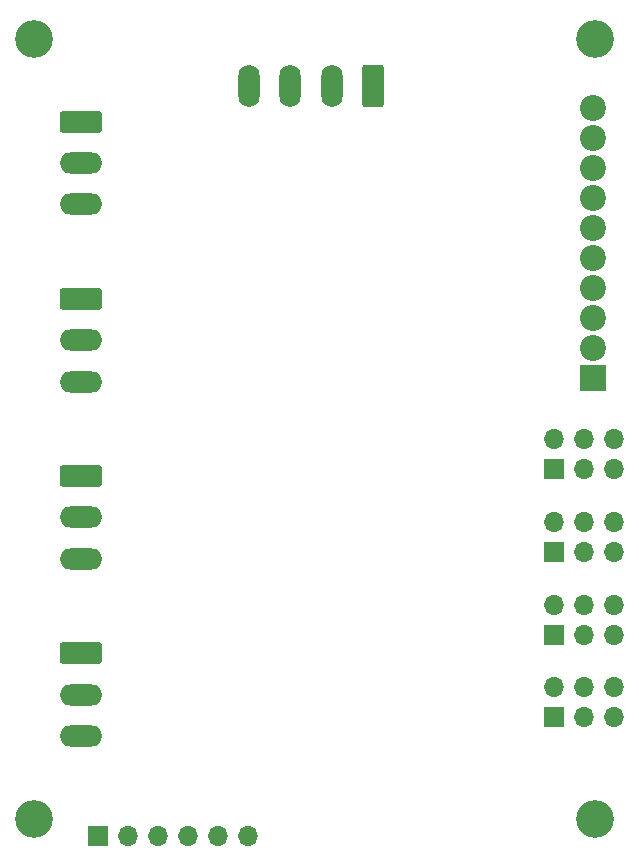
<source format=gbr>
%TF.GenerationSoftware,KiCad,Pcbnew,8.0.8*%
%TF.CreationDate,2025-06-27T13:45:21+02:00*%
%TF.ProjectId,OS-servo-decoder-8,4f532d73-6572-4766-9f2d-6465636f6465,rev?*%
%TF.SameCoordinates,Original*%
%TF.FileFunction,Soldermask,Bot*%
%TF.FilePolarity,Negative*%
%FSLAX46Y46*%
G04 Gerber Fmt 4.6, Leading zero omitted, Abs format (unit mm)*
G04 Created by KiCad (PCBNEW 8.0.8) date 2025-06-27 13:45:21*
%MOMM*%
%LPD*%
G01*
G04 APERTURE LIST*
G04 Aperture macros list*
%AMRoundRect*
0 Rectangle with rounded corners*
0 $1 Rounding radius*
0 $2 $3 $4 $5 $6 $7 $8 $9 X,Y pos of 4 corners*
0 Add a 4 corners polygon primitive as box body*
4,1,4,$2,$3,$4,$5,$6,$7,$8,$9,$2,$3,0*
0 Add four circle primitives for the rounded corners*
1,1,$1+$1,$2,$3*
1,1,$1+$1,$4,$5*
1,1,$1+$1,$6,$7*
1,1,$1+$1,$8,$9*
0 Add four rect primitives between the rounded corners*
20,1,$1+$1,$2,$3,$4,$5,0*
20,1,$1+$1,$4,$5,$6,$7,0*
20,1,$1+$1,$6,$7,$8,$9,0*
20,1,$1+$1,$8,$9,$2,$3,0*%
G04 Aperture macros list end*
%ADD10R,1.700000X1.700000*%
%ADD11O,1.700000X1.700000*%
%ADD12RoundRect,0.250000X-1.550000X0.650000X-1.550000X-0.650000X1.550000X-0.650000X1.550000X0.650000X0*%
%ADD13O,3.600000X1.800000*%
%ADD14C,3.200000*%
%ADD15R,2.200000X2.200000*%
%ADD16C,2.200000*%
%ADD17RoundRect,0.250000X0.650000X1.550000X-0.650000X1.550000X-0.650000X-1.550000X0.650000X-1.550000X0*%
%ADD18O,1.800000X3.600000*%
G04 APERTURE END LIST*
D10*
%TO.C,J801*%
X141475000Y-148433000D03*
D11*
X141475000Y-145893000D03*
X144015000Y-148433000D03*
X144015000Y-145893000D03*
X146555000Y-148433000D03*
X146555000Y-145893000D03*
%TD*%
D12*
%TO.C,J401*%
X101432500Y-127000000D03*
D13*
X101432500Y-130500000D03*
X101432500Y-134000000D03*
%TD*%
D12*
%TO.C,J1401*%
X101432500Y-142000000D03*
D13*
X101432500Y-145500000D03*
X101432500Y-149000000D03*
%TD*%
D10*
%TO.C,J1001*%
X141475000Y-162433000D03*
D11*
X141475000Y-159893000D03*
X144015000Y-162433000D03*
X144015000Y-159893000D03*
X146555000Y-162433000D03*
X146555000Y-159893000D03*
%TD*%
D10*
%TO.C,J701*%
X141475000Y-141433000D03*
D11*
X141475000Y-138893000D03*
X144015000Y-141433000D03*
X144015000Y-138893000D03*
X146555000Y-141433000D03*
X146555000Y-138893000D03*
%TD*%
D12*
%TO.C,J1301*%
X101432500Y-112000000D03*
D13*
X101432500Y-115500000D03*
X101432500Y-119000000D03*
%TD*%
D14*
%TO.C,REF\u002A\u002A*%
X145000000Y-171000000D03*
%TD*%
D15*
%TO.C,J501*%
X144780000Y-133731000D03*
D16*
X144780000Y-131191000D03*
X144780000Y-128651000D03*
X144780000Y-126111000D03*
X144780000Y-123571000D03*
X144780000Y-121031000D03*
X144780000Y-118491000D03*
X144780000Y-115951000D03*
X144780000Y-113411000D03*
X144780000Y-110871000D03*
%TD*%
D10*
%TO.C,J901*%
X141475000Y-155433000D03*
D11*
X141475000Y-152893000D03*
X144015000Y-155433000D03*
X144015000Y-152893000D03*
X146555000Y-155433000D03*
X146555000Y-152893000D03*
%TD*%
D10*
%TO.C,J201*%
X102880000Y-172500000D03*
D11*
X105420000Y-172500000D03*
X107960000Y-172500000D03*
X110500000Y-172500000D03*
X113040000Y-172500000D03*
X115580000Y-172500000D03*
%TD*%
D14*
%TO.C,REF\u002A\u002A*%
X97500000Y-105000000D03*
%TD*%
%TO.C,REF\u002A\u002A*%
X97500000Y-171000000D03*
%TD*%
D12*
%TO.C,J1501*%
X101432500Y-157000000D03*
D13*
X101432500Y-160500000D03*
X101432500Y-164000000D03*
%TD*%
D14*
%TO.C,REF\u002A\u002A*%
X145000000Y-105000000D03*
%TD*%
D17*
%TO.C,J101*%
X126195000Y-108932500D03*
D18*
X122695000Y-108932500D03*
X119195000Y-108932500D03*
X115695000Y-108932500D03*
%TD*%
M02*

</source>
